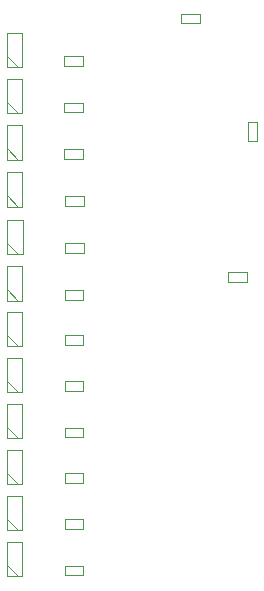
<source format=gbr>
%TF.GenerationSoftware,KiCad,Pcbnew,(6.0.11)*%
%TF.CreationDate,2023-05-09T17:47:33+10:00*%
%TF.ProjectId,LVBMS_A_Sample_R2,4c56424d-535f-4415-9f53-616d706c655f,1*%
%TF.SameCoordinates,Original*%
%TF.FileFunction,AssemblyDrawing,Bot*%
%FSLAX46Y46*%
G04 Gerber Fmt 4.6, Leading zero omitted, Abs format (unit mm)*
G04 Created by KiCad (PCBNEW (6.0.11)) date 2023-05-09 17:47:33*
%MOMM*%
%LPD*%
G01*
G04 APERTURE LIST*
%ADD10C,0.100000*%
G04 APERTURE END LIST*
D10*
%TO.C,Q14*%
X134108600Y-114998200D02*
X134108600Y-112098200D01*
X132808600Y-114998200D02*
X134108600Y-114998200D01*
X132808600Y-112098200D02*
X132808600Y-114998200D01*
X132808600Y-114048200D02*
X133758600Y-114998200D01*
X134108600Y-112098200D02*
X132808600Y-112098200D01*
%TO.C,R25*%
X137687800Y-102401700D02*
X137687800Y-103226700D01*
X137687800Y-103226700D02*
X139287800Y-103226700D01*
X139287800Y-103226700D02*
X139287800Y-102401700D01*
X139287800Y-102401700D02*
X137687800Y-102401700D01*
%TO.C,R22*%
X137687800Y-91568100D02*
X139287800Y-91568100D01*
X137687800Y-90743100D02*
X137687800Y-91568100D01*
X139287800Y-91568100D02*
X139287800Y-90743100D01*
X139287800Y-90743100D02*
X137687800Y-90743100D01*
%TO.C,R18*%
X139296600Y-83617900D02*
X139296600Y-82792900D01*
X139296600Y-82792900D02*
X137696600Y-82792900D01*
X137696600Y-82792900D02*
X137696600Y-83617900D01*
X137696600Y-83617900D02*
X139296600Y-83617900D01*
%TO.C,Q3*%
X134101600Y-68958800D02*
X132801600Y-68958800D01*
X132801600Y-71858800D02*
X134101600Y-71858800D01*
X132801600Y-68958800D02*
X132801600Y-71858800D01*
X134101600Y-71858800D02*
X134101600Y-68958800D01*
X132801600Y-70908800D02*
X133751600Y-71858800D01*
%TO.C,Q6*%
X132817400Y-83705400D02*
X134117400Y-83705400D01*
X134117400Y-80805400D02*
X132817400Y-80805400D01*
X132817400Y-80805400D02*
X132817400Y-83705400D01*
X134117400Y-83705400D02*
X134117400Y-80805400D01*
X132817400Y-82755400D02*
X133767400Y-83705400D01*
%TO.C,R16*%
X139257200Y-79630100D02*
X139257200Y-78805100D01*
X137657200Y-78805100D02*
X137657200Y-79630100D01*
X139257200Y-78805100D02*
X137657200Y-78805100D01*
X137657200Y-79630100D02*
X139257200Y-79630100D01*
%TO.C,R14*%
X137655400Y-75718500D02*
X139255400Y-75718500D01*
X139255400Y-74893500D02*
X137655400Y-74893500D01*
X139255400Y-75718500D02*
X139255400Y-74893500D01*
X137655400Y-74893500D02*
X137655400Y-75718500D01*
%TO.C,Q11*%
X132808600Y-100414200D02*
X132808600Y-103314200D01*
X134108600Y-103314200D02*
X134108600Y-100414200D01*
X132808600Y-102364200D02*
X133758600Y-103314200D01*
X132808600Y-103314200D02*
X134108600Y-103314200D01*
X134108600Y-100414200D02*
X132808600Y-100414200D01*
%TO.C,R27*%
X139287800Y-110999100D02*
X139287800Y-110174100D01*
X139287800Y-110174100D02*
X137687800Y-110174100D01*
X137687800Y-110999100D02*
X139287800Y-110999100D01*
X137687800Y-110174100D02*
X137687800Y-110999100D01*
%TO.C,Q13*%
X132808600Y-110136600D02*
X133758600Y-111086600D01*
X132808600Y-108186600D02*
X132808600Y-111086600D01*
X134108600Y-111086600D02*
X134108600Y-108186600D01*
X132808600Y-111086600D02*
X134108600Y-111086600D01*
X134108600Y-108186600D02*
X132808600Y-108186600D01*
%TO.C,R20*%
X137706200Y-87585300D02*
X139306200Y-87585300D01*
X139306200Y-86760300D02*
X137706200Y-86760300D01*
X137706200Y-86760300D02*
X137706200Y-87585300D01*
X139306200Y-87585300D02*
X139306200Y-86760300D01*
%TO.C,Q8*%
X132808600Y-88755600D02*
X132808600Y-91655600D01*
X132808600Y-91655600D02*
X134108600Y-91655600D01*
X134108600Y-88755600D02*
X132808600Y-88755600D01*
X132808600Y-90705600D02*
X133758600Y-91655600D01*
X134108600Y-91655600D02*
X134108600Y-88755600D01*
%TO.C,Q7*%
X134127000Y-84793200D02*
X132827000Y-84793200D01*
X132827000Y-84793200D02*
X132827000Y-87693200D01*
X132827000Y-86743200D02*
X133777000Y-87693200D01*
X132827000Y-87693200D02*
X134127000Y-87693200D01*
X134127000Y-87693200D02*
X134127000Y-84793200D01*
%TO.C,R24*%
X137687800Y-98464700D02*
X137687800Y-99289700D01*
X139287800Y-98464700D02*
X137687800Y-98464700D01*
X137687800Y-99289700D02*
X139287800Y-99289700D01*
X139287800Y-99289700D02*
X139287800Y-98464700D01*
%TO.C,R28*%
X139287800Y-114085700D02*
X137687800Y-114085700D01*
X137687800Y-114910700D02*
X139287800Y-114910700D01*
X139287800Y-114910700D02*
X139287800Y-114085700D01*
X137687800Y-114085700D02*
X137687800Y-114910700D01*
%TO.C,C18*%
X147510600Y-67392600D02*
X147510600Y-68192600D01*
X149110600Y-68192600D02*
X149110600Y-67392600D01*
X147510600Y-68192600D02*
X149110600Y-68192600D01*
X149110600Y-67392600D02*
X147510600Y-67392600D01*
%TO.C,C1*%
X153993800Y-78117600D02*
X153993800Y-76517600D01*
X153193800Y-76517600D02*
X153193800Y-78117600D01*
X153193800Y-78117600D02*
X153993800Y-78117600D01*
X153993800Y-76517600D02*
X153193800Y-76517600D01*
%TO.C,Q4*%
X132801600Y-75806000D02*
X134101600Y-75806000D01*
X132801600Y-72906000D02*
X132801600Y-75806000D01*
X134101600Y-72906000D02*
X132801600Y-72906000D01*
X134101600Y-75806000D02*
X134101600Y-72906000D01*
X132801600Y-74856000D02*
X133751600Y-75806000D01*
%TO.C,R9*%
X151507100Y-90063900D02*
X153107100Y-90063900D01*
X153107100Y-90063900D02*
X153107100Y-89238900D01*
X151507100Y-89238900D02*
X151507100Y-90063900D01*
X153107100Y-89238900D02*
X151507100Y-89238900D01*
%TO.C,Q10*%
X132808600Y-98427200D02*
X133758600Y-99377200D01*
X134108600Y-99377200D02*
X134108600Y-96477200D01*
X132808600Y-99377200D02*
X134108600Y-99377200D01*
X134108600Y-96477200D02*
X132808600Y-96477200D01*
X132808600Y-96477200D02*
X132808600Y-99377200D01*
%TO.C,R23*%
X139287800Y-94603900D02*
X137687800Y-94603900D01*
X137687800Y-94603900D02*
X137687800Y-95428900D01*
X137687800Y-95428900D02*
X139287800Y-95428900D01*
X139287800Y-95428900D02*
X139287800Y-94603900D01*
%TO.C,Q5*%
X134103400Y-79717600D02*
X134103400Y-76817600D01*
X132803400Y-78767600D02*
X133753400Y-79717600D01*
X134103400Y-76817600D02*
X132803400Y-76817600D01*
X132803400Y-76817600D02*
X132803400Y-79717600D01*
X132803400Y-79717600D02*
X134103400Y-79717600D01*
%TO.C,R26*%
X139287800Y-106287900D02*
X137687800Y-106287900D01*
X137687800Y-107112900D02*
X139287800Y-107112900D01*
X139287800Y-107112900D02*
X139287800Y-106287900D01*
X137687800Y-106287900D02*
X137687800Y-107112900D01*
%TO.C,Q12*%
X134108600Y-104300400D02*
X132808600Y-104300400D01*
X132808600Y-106250400D02*
X133758600Y-107200400D01*
X132808600Y-104300400D02*
X132808600Y-107200400D01*
X134108600Y-107200400D02*
X134108600Y-104300400D01*
X132808600Y-107200400D02*
X134108600Y-107200400D01*
%TO.C,R12*%
X137655400Y-71771300D02*
X139255400Y-71771300D01*
X139255400Y-71771300D02*
X139255400Y-70946300D01*
X139255400Y-70946300D02*
X137655400Y-70946300D01*
X137655400Y-70946300D02*
X137655400Y-71771300D01*
%TO.C,Q9*%
X134108600Y-95516400D02*
X134108600Y-92616400D01*
X132808600Y-92616400D02*
X132808600Y-95516400D01*
X132808600Y-95516400D02*
X134108600Y-95516400D01*
X134108600Y-92616400D02*
X132808600Y-92616400D01*
X132808600Y-94566400D02*
X133758600Y-95516400D01*
%TD*%
M02*

</source>
